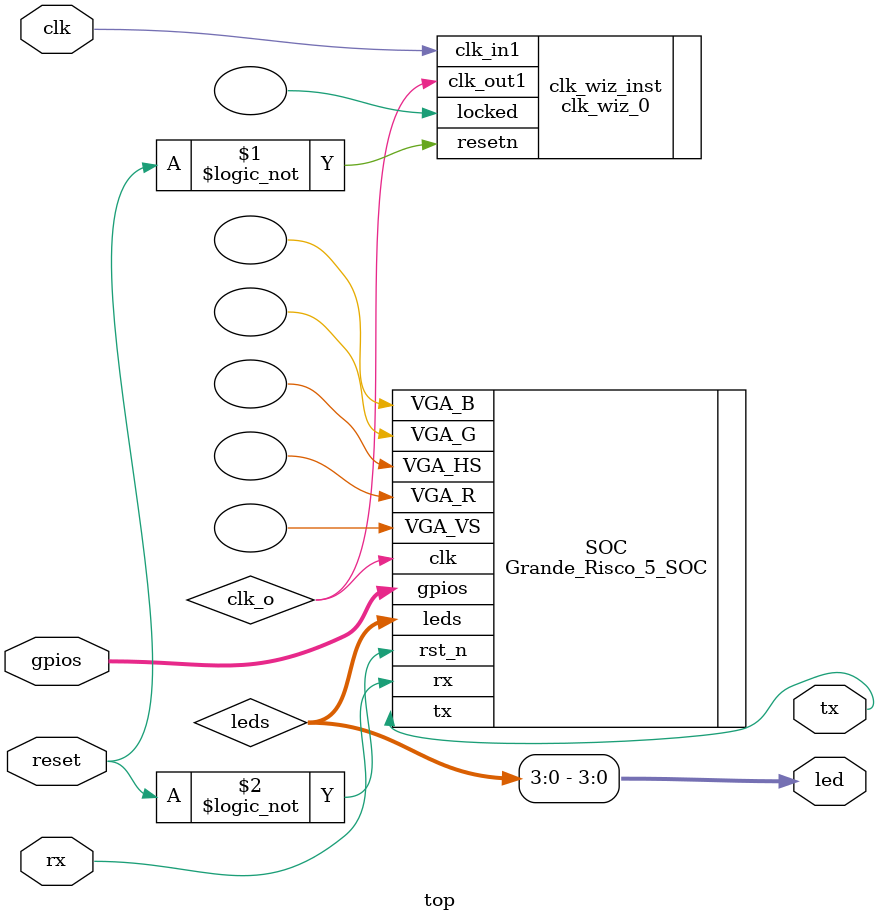
<source format=sv>
module top (
    input  logic clk,
    input  logic reset,
    input  logic rx,
    output logic tx,
    output logic [3:0]led,
    inout [5:0]gpios
);

logic clk_o;

logic [7:0] leds;
assign led = leds[3:0];

clk_wiz_0 clk_wiz_inst (
    .clk_in1  (clk),
    .resetn   (!reset),
    .clk_out1 (clk_o),
    .locked   ()
);


Grande_Risco_5_SOC #(
    .CLOCK_FREQ             (65_000_000),
    .BAUD_RATE              (115200),
    .MEMORY_SIZE            (4096),
    .MEMORY_FILE            ("../../verification_tests/memory/led_test2.hex"),
    .GPIO_WIDTH             (6),
    .UART_BUFFER_SIZE       (16),
    .I_CACHE_SIZE           (2048),
    .D_CACHE_SIZE           (1024),
    .BRANCH_PREDICTION_SIZE (512),
    .VGA_WIDTH              (640),
    .VGA_HEIGHT             (480),
    .VGA_COLOR_DEPTH        (4),
    .LEDS_WIDTH             (16)
) SOC (
    .clk    (clk_o),
    .rst_n  (!reset),
    .leds   (leds),
    .rx     (rx),
    .tx     (tx),
    .gpios  (gpios),
    .VGA_R  (),
    .VGA_G  (),
    .VGA_B  (),
    .VGA_HS (),
    .VGA_VS ()
);


endmodule

</source>
